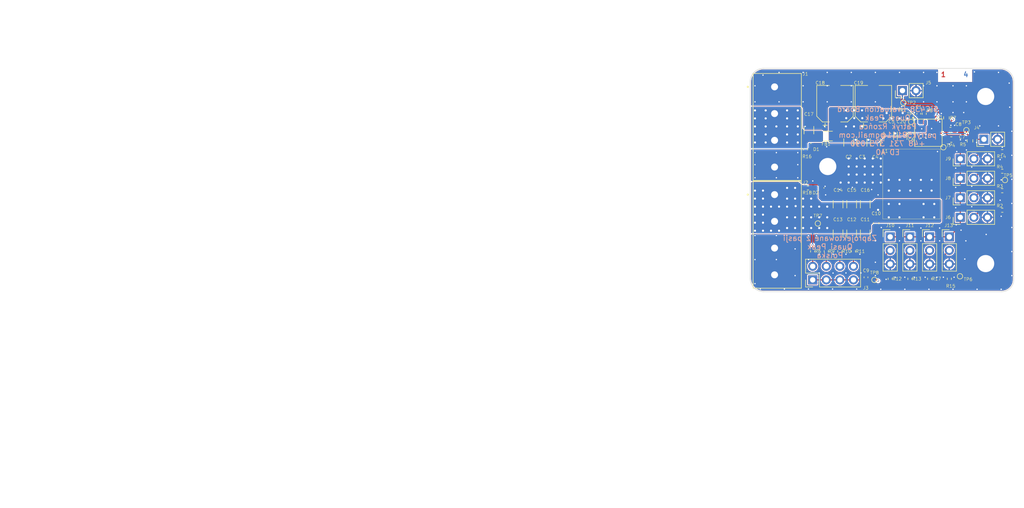
<source format=kicad_pcb>
(kicad_pcb (version 20211014) (generator pcbnew)
  (title_block (title "Eval Board DC/DC Buck") (date "2022-01-22") (rev "ED A0") (company "${COMPANY}") (comment 1 "${ENGINEER}") (comment 2 "+48 731 375 090") (comment 3 "patryk58111@gmail.com"))
  (layers (0 "F.Cu" jumper) (1 "In1.Cu" jumper "GND_TOP") (2 "In2.Cu" signal "GND_BOT") (31 "B.Cu" signal) (35 "F.Paste" user) (36 "B.SilkS" user "B.Silkscreen") (37 "F.SilkS" user "F.Silkscreen") (38 "B.Mask" user) (39 "F.Mask" user) (44 "Edge.Cuts" user))
  (property "COMPANY" "QUASI PEAK")
  (property "DATE" "18.01.2022")
  (property "ENGINEER" "Patryk Rzonca")
  (net 0 "")
  (net 1 "GND")
  (net 2 "/U1_PHASE")
  (net 3 "/U1_EN")
  (net 4 "/VDRV")
  (net 5 "Net-(C1-Pad2)")
  (net 6 "/VDD")
  (net 7 "/U1_Vin")
  (net 8 "/U1_GL")
  (net 9 "/U1_PGOOD")
  (net 10 "/U1_FB")
  (net 11 "Net-(D1-Pad2)")
  (net 12 "Net-(J3-Pad4)")
  (net 13 "Net-(J3-Pad8)")
  (net 14 "Net-(J12-Pad2)")
  (net 15 "Net-(J13-Pad2)")
  (net 16 "Net-(J6-Pad2)")
  (net 17 "Net-(J7-Pad2)")
  (net 18 "Net-(J8-Pad2)")
  (net 19 "Net-(J9-Pad2)")
  (net 20 "Net-(J10-Pad2)")
  (net 21 "Net-(J11-Pad2)")
  (net 22 "Net-(J3-Pad6)")
  (net 23 "+3V3")
  (net 24 "/U1_BOOT")
  (net 25 "/U1_SW")
  (net 26 "/U1_MODE_2")
  (net 27 "/U1_MODE_1")
  (net 28 "Net-(D2-Pad2)")
  (net 29 "Net-(J3-Pad2)")
  (net 30 "+12V")
  (footprint "Resistor_SMD:R_0402_1005Metric" (layer "F.Cu") (at 174.9 128.5)
    (fp_text reference "R18")
    (fp_text value "6k65")
  )
  (footprint "Capacitor_SMD:C_1206_3216Metric" (layer "F.Cu") (at 185 120 -90)
    (fp_text reference "C3")
    (fp_text value "22u")
  )
  (footprint "Resistor_SMD:R_0402_1005Metric" (layer "F.Cu") (at 174.45 121.275 -90)
    (fp_text reference "R16")
    (fp_text value "6k65")
  )
  (footprint "Capacitor_SMD:C_1206_3216Metric" (layer "F.Cu") (at 192.5 118.75 -90)
    (fp_text reference "C20")
    (fp_text value "22u")
  )
  (footprint "MountingHole:MountingHole_3.2mm_M3_Pad" (layer "F.Cu") (at 208.1 111.4)
    (fp_text reference "H1" hide)
    (fp_text value "MountingHole_Pad" hide)
  )
  (footprint "Diode_SMD:D_0402_1005Metric" (layer "F.Cu") (at 176.8 128.5 180)
    (fp_text reference "D2")
    (fp_text value "LED")
  )
  (footprint "Resistor_SMD:R_0402_1005Metric" (layer "F.Cu") (at 193.945 145.5 90)
    (fp_text reference "R13")
    (fp_text value "100k")
  )
  (footprint "TestPoint:TestPoint_Pad_D1.0mm" (layer "F.Cu") (at 176.75 135.15)
    (fp_text reference "TP7")
    (fp_text value "TestPoint")
  )
  (footprint "Connector_PinHeader_2.54mm:PinHeader_1x03_P2.54mm_Vertical" (layer "F.Cu") (at 203.358 130.35 90)
    (fp_text reference "J7")
    (fp_text value "Conn_01x03_Male")
  )
  (footprint "Capacitor_SMD:CP_Elec_6.3x5.8" (layer "F.Cu") (at 187.125 112.75 90)
    (fp_text reference "C19")
    (fp_text value "47u" hide)
  )
  (footprint "Resistor_SMD:R_0402_1005Metric" (layer "F.Cu") (at 196.625 114.625 90)
    (fp_text reference "R8")
    (fp_text value "22R")
  )
  (footprint "Resistor_SMD:R_0402_1005Metric" (layer "F.Cu") (at 190.262 145.5 90)
    (fp_text reference "R12")
    (fp_text value "51k")
  )
  (footprint "Connector_PinHeader_2.54mm:PinHeader_1x03_P2.54mm_Vertical" (layer "F.Cu") (at 193.945 137.65)
    (fp_text reference "J11")
    (fp_text value "Conn_01x03_Male")
  )
  (footprint "Resistor_SMD:R_0402_1005Metric" (layer "F.Cu") (at 211.2 132.675 180)
    (fp_text reference "R2")
    (fp_text value "51k")
  )
  (footprint "Fiducial:Fiducial_0.5mm_Mask1mm" (layer "F.Cu") (at 204.8 139.3)
    (fp_text reference "FID3" hide)
    (fp_text value "Fiducial" hide)
  )
  (footprint "Capacitor_SMD:C_1206_3216Metric" (layer "F.Cu") (at 180.525 131.55 90)
    (fp_text reference "C14")
    (fp_text value "22u")
  )
  (footprint "Capacitor_SMD:C_0402_1005Metric" (layer "F.Cu") (at 195.609 114.625 90)
    (fp_text reference "C1")
    (fp_text value "100n")
  )
  (footprint "Resistor_SMD:R_0402_1005Metric" (layer "F.Cu") (at 175.775 140.361 -90)
    (fp_text reference "R6")
    (fp_text value "6k65")
  )
  (footprint "Resistor_SMD:R_0603_1608Metric" (layer "F.Cu") (at 205.175 119.7 90)
    (fp_text reference "R5")
    (fp_text value "100k")
  )
  (footprint "Connector_PinHeader_2.54mm:PinHeader_1x03_P2.54mm_Vertical" (layer "F.Cu") (at 203.358 134 90)
    (fp_text reference "J6")
    (fp_text value "Conn_01x03_Male")
  )
  (footprint "Connector_PinHeader_2.54mm:PinHeader_1x02_P2.54mm_Vertical" (layer "F.Cu") (at 192.55 110.3 90)
    (fp_text reference "J5")
    (fp_text value "Conn_01x02_Male")
  )
  (footprint "Capacitor_SMD:C_1206_3216Metric" (layer "F.Cu") (at 183.065 131.55 90)
    (fp_text reference "C15")
    (fp_text value "22u")
  )
  (footprint "QP_LIBRARY:IHLP4040DZER3R3M5A" (layer "F.Cu") (at 194.25 127.75 -90)
    (fp_text reference "L1")
    (fp_text value "IHLP4040DZER3R3M5A")
  )
  (footprint "Resistor_SMD:R_0402_1005Metric" (layer "F.Cu") (at 180.855 140.361 -90)
    (fp_text reference "R10")
    (fp_text value "73k2")
  )
  (footprint "Connector_PinHeader_2.54mm:PinHeader_1x03_P2.54mm_Vertical" (layer "F.Cu") (at 203.358 123.05 90)
    (fp_text reference "J9")
    (fp_text value "Conn_01x03_Male")
  )
  (footprint "Capacitor_SMD:C_1206_3216Metric" (layer "F.Cu") (at 183.065 137.05 -90)
    (fp_text reference "C12")
    (fp_text value "22u")
  )
  (footprint "Resistor_SMD:R_0402_1005Metric" (layer "F.Cu") (at 197.628 145.5 90)
    (fp_text reference "R17")
    (fp_text value "200k")
  )
  (footprint "Capacitor_SMD:C_1206_3216Metric" (layer "F.Cu") (at 187.5 120 -90)
    (fp_text reference "C4")
    (fp_text value "22u")
  )
  (footprint "Connector_PinHeader_2.54mm:PinHeader_1x03_P2.54mm_Vertical" (layer "F.Cu") (at 201.311 137.65)
    (fp_text reference "J13")
    (fp_text value "Conn_01x03_Male")
  )
  (footprint "Resistor_SMD:R_0603_1608Metric" (layer "F.Cu") (at 191.475 113.65 90)
    (fp_text reference "R1")
    (fp_text value "100k")
  )
  (footprint "Resistor_SMD:R_0402_1005Metric" (layer "F.Cu") (at 183.395 140.361 -90)
    (fp_text reference "R11")
    (fp_text value "191k")
  )
  (footprint "Capacitor_SMD:C_1206_3216Metric" (layer "F.Cu") (at 175.075 117.7 90)
    (fp_text reference "C17")
    (fp_text value "22u")
  )
  (footprint "TestPoint:TestPoint_Pad_D1.0mm" (layer "F.Cu") (at 204.5 117.7)
    (fp_text reference "TP3")
    (fp_text value "TestPoint")
  )
  (footprint "Connector_PinHeader_2.54mm:PinHeader_1x03_P2.54mm_Vertical" (layer "F.Cu") (at 203.358 126.7 90)
    (fp_text reference "J8")
    (fp_text value "Conn_01x03_Male")
  )
  (footprint "Capacitor_SMD:C_1206_3216Metric" (layer "F.Cu") (at 185.605 137.05 -90)
    (fp_text reference "C11")
    (fp_text value "22u")
  )
  (footprint "Capacitor_SMD:C_0402_1005Metric" (layer "F.Cu") (at 185.7408 145.22 -90)
    (fp_text reference "C9")
    (fp_text value "100n")
  )
  (footprint "Connector_PinHeader_2.54mm:PinHeader_1x02_P2.54mm_Vertical" (layer "F.Cu") (at 207.775 119.4 90)
    (fp_text reference "J4")
    (fp_text value "Conn_01x02_Male")
  )
  (footprint "TestPoint:TestPoint_Pad_D1.0mm" (layer "F.Cu") (at 187.3156 145.7 -90)
    (fp_text reference "TP8")
    (fp_text value "TestPoint" hide)
  )
  (footprint "Fiducial:Fiducial_0.5mm_Mask1mm" (layer "F.Cu") (at 204.8 114.7)
    (fp_text reference "FID2" hide)
    (fp_text value "Fiducial" hide)
  )
  (footprint "Capacitor_SMD:C_1206_3216Metric" (layer "F.Cu") (at 180.525 137.05 -90)
    (fp_text reference "C13")
    (fp_text value "22u")
  )
  (footprint "Capacitor_SMD:C_0603_1608Metric" (layer "F.Cu") (at 187.647 135.106 -90)
    (fp_text reference "C10")
    (fp_text value "100n")
  )
  (footprint "QP_LIBRARY:CUI_TB001-500-04BE" (layer "F.Cu") (at 168.6625 129.75 -90)
    (fp_text reference "J2")
    (fp_text value "Screw_Terminal_01x04")
  )
  (footprint "QP_LIBRARY:SIC438AED-T1-GE3_ MLP44-24" (layer "F.Cu") (at 197.36275 118.1875)
    (fp_text reference "U1")
    (fp_text value "SIC438AED-T1-GE3")
  )
  (footprint "Capacitor_SMD:C_0603_1608Metric" (layer "F.Cu") (at 201.525 117.675)
    (fp_text reference "C8")
    (fp_text value "1u")
  )
  (footprint "MountingHole:MountingHole_3.2mm_M3_Pad" (layer "F.Cu") (at 178.6 124.5)
    (fp_text reference "H3" hide)
    (fp_text value "MountingHole_Pad" hide)
  )
  (footprint "TestPoint:TestPoint_Pad_D1.0mm" (layer "F.Cu") (at 203.3 145.025)
    (fp_text reference "TP6")
    (fp_text value "TestPoint")
  )
  (footprint "Capacitor_SMD:C_0402_1005Metric" (layer "F.Cu") (at 194.18775 118.1875 -90)
    (fp_text reference "C6")
    (fp_text value "100n")
  )
  (footprint "TestPoint:TestPoint_Pad_D1.0mm" (layer "F.Cu") (at 211.71 127.025)
    (fp_text reference "TP5")
    (fp_text value "TestPoint")
  )
  (footprint "Diode_SMD:D_0402_1005Metric" (layer "F.Cu") (at 175.45 121.275 -90)
    (fp_text reference "D1")
    (fp_text value "LED")
  )
  (footprint "Fiducial:Fiducial_0.5mm_Mask1mm" (layer "F.Cu") (at 178.675 129.05)
    (fp_text reference "FID1" hide)
    (fp_text value "Fiducial" hide)
  )
  (footprint "Resistor_SMD:R_0402_1005Metric" (layer "F.Cu") (at 211.2 125.375 180)
    (fp_text reference "R4")
    (fp_text value "200k")
  )
  (footprint "Connector_PinHeader_2.54mm:PinHeader_2x04_P2.54mm_Vertical" (layer "F.Cu") (at 175.785 145.7 90)
    (fp_text reference "J3")
    (fp_text value "Conn_02x04_Odd_Even")
  )
  (footprint "Resistor_SMD:R_0402_1005Metric" (layer "F.Cu") (at 178.315 140.361 -90)
    (fp_text reference "R9")
    (fp_text value "45k3")
  )
  (footprint "Resistor_SMD:R_0603_1608Metric" (layer "F.Cu") (at 200.775 115.4 90)
    (fp_text reference "R7")
    (fp_text value "10k")
  )
  (footprint "QP_LIBRARY:CUI_TB001-500-04BE" (layer "F.Cu") (at 168.6625 109.6 -90)
    (fp_text reference "J1")
    (fp_text value "Screw_Terminal_01x04")
  )
  (footprint "TestPoint:TestPoint_Pad_D1.0mm" (layer "F.Cu") (at 192.725 112.575)
    (fp_text reference "TP2")
    (fp_text value "TestPoint")
  )
  (footprint "Connector_PinHeader_2.54mm:PinHeader_1x03_P2.54mm_Vertical" (layer "F.Cu") (at 197.628 137.65)
    (fp_text reference "J12")
    (fp_text value "Conn_01x03_Male")
  )
  (footprint "Capacitor_SMD:C_1206_3216Metric" (layer "F.Cu") (at 190 118.75 -90)
    (fp_text reference "C5")
    (fp_text value "22u")
  )
  (footprint "Inductor_SMD:L_1206_3216Metric" (layer "F.Cu") (at 178.65 118.8)
    (fp_text reference "FB1")
    (fp_text value "FerriteBead")
  )
  (footprint "TestPoint:TestPoint_Pad_D1.0mm" (layer "F.Cu") (at 200.2 120.9)
    (fp_text reference "TP4")
    (fp_text value "TestPoint")
  )
  (footprint "Capacitor_SMD:CP_Elec_6.3x5.8" (layer "F.Cu") (at 179.95 112.75 90)
    (fp_text reference "C18")
    (fp_text value "47u" hide)
  )
  (footprint "Capacitor_SMD:C_1206_3216Metric" (layer "F.Cu") (at 182.5 120 -90)
    (fp_text reference "C2")
    (fp_text value "22u")
  )
  (footprint "Resistor_SMD:R_0402_1005Metric" (layer "F.Cu") (at 211.2 121.725 180)
    (fp_text reference "R14")
    (fp_text value "510k")
  )
  (footprint "Connector_PinHeader_2.54mm:PinHeader_1x03_P2.54mm_Vertical" (layer "F.Cu") (at 190.262 137.65)
    (fp_text reference "J10")
    (fp_text value "Conn_01x03_Male")
  )
  (footprint "Resistor_SMD:R_0402_1005Metric" (layer "F.Cu") (at 201.311 145.5 90)
    (fp_text reference "R15")
    (fp_text value "510k")
  )
  (footprint "TestPoint:TestPoint_Pad_D1.0mm" (layer "F.Cu") (at 194.18775 116.1555)
    (fp_text reference "TP1")
    (fp_text value "TestPoint")
  )
  (footprint "Capacitor_SMD:C_1206_3216Metric" (layer "F.Cu") (at 185.605 131.55 90)
    (fp_text reference "C16")
    (fp_text value "22u")
  )
  (footprint "Resistor_SMD:R_0402_1005Metric" (layer "F.Cu") (at 211.2 129.025 180)
    (fp_text reference "R3")
    (fp_text value "100k")
  )
  (footprint "MountingHole:MountingHole_3.2mm_M3_Pad" (layer "F.Cu") (at 208.1 142.65)
    (fp_text reference "H4" hide)
    (fp_text value "MountingHole_Pad" hide)
  )
  (footprint "Capacitor_SMD:C_0603_1608Metric" (layer "F.Cu") (at 201.68075 119.45)
    (fp_text reference "C7")
    (fp_text value "2u2")
  )
  (gr_arc (start 213.35 145.65) (mid 212.69099 147.24099) (end 211.1 147.9) (layer "Edge.Cuts") (width 0.1))
  (gr_arc (start 210.85 106.15) (mid 212.617767 106.882233) (end 213.35 108.65) (layer "Edge.Cuts") (width 0.1))
  (gr_line (start 166.6 106.15) (end 210.85 106.15) (layer "Edge.Cuts") (width 0.1))
  (gr_line (start 213.35 108.65) (end 213.35 145.65) (layer "Edge.Cuts") (width 0.1))
  (gr_arc (start 164.1 108.65) (mid 164.832233 106.882233) (end 166.6 106.15) (layer "Edge.Cuts") (width 0.1))
  (gr_line (start 211.1 147.9) (end 166.6 147.9) (layer "Edge.Cuts") (width 0.1))
  (gr_arc (start 166.6 147.9) (mid 164.832233 147.167767) (end 164.1 145.4) (layer "Edge.Cuts") (width 0.1))
  (gr_line (start 164.1 145.4) (end 164.1 108.65) (layer "Edge.Cuts") (width 0.1))
  (gr_text "1" (at 200.2 107.3) (layer "F.Cu") (effects (font (size 0.9 0.9) (thickness 0.175))))
  (gr_text "4" (at 204.4 107.3) (layer "B.Cu") (effects (font (size 0.9 0.9) (thickness 0.175))))
  (gr_text "Zaprojektowane z pasji\nQuasi Peak\nPolska" (at 179 139.5) (layer "B.SilkS") (effects (font (size 1 1)) (justify mirror)))
  (gr_text "SiC438 Evaluation Board\nQuasi Peak\nPatryk Rzońca\npatryk58111@gmail.com\n+48 731 375 090\nED A0" (at 189.8 117.8) (layer "B.SilkS") (effects (font (size 1 1)) (justify mirror)))
  (segment (start 196.95 118.5) (end 196.95 119.2) (width 0.25) (layer "F.Cu") (net 1))
  (segment (start 195.3375 119.16) (end 194.68025 119.16) (width 0.2) (layer "F.Cu") (net 1))
  (segment (start 198.4 118.5) (end 196.95 118.5) (width 0.25) (layer "F.Cu") (net 1))
  (segment (start 187.125 110.05) (end 187.125 107.825) (width 0.2) (layer "F.Cu") (net 1))
  (segment (start 195.95 119.2) (end 195.35 119.2) (width 0.25) (layer "F.Cu") (net 1))
  (segment (start 202.3 117.675) (end 202.3 116.8) (width 0.25) (layer "F.Cu") (net 1))
  (segment (start 196.76 118.71) (end 196.85 118.8) (width 0.25) (layer "F.Cu") (net 1))
  (segment (start 196.95 119.2) (end 195.95 119.2) (width 0.25) (layer "F.Cu") (net 1))
  (segment (start 195.3375 118.71) (end 196.76 118.71) (width 0.25) (layer "F.Cu") (net 1))
  (segment (start 203.38255 119.5) (end 202.68905 119.5) (width 0.2) (layer "F.Cu") (net 1))
  (segment (start 194.68025 119.16) (end 194.18775 118.6675) (width 0.2) (layer "F.Cu") (net 1))
  (segment (start 179.95 110.05) (end 179.95 107.825) (width 0.2) (layer "F.Cu") (net 1))
  (segment (start 199.3005 117.3625) (end 198.0375 117.3625) (width 0.25) (layer "F.Cu") (net 1))
  (segment (start 198.688 118.7125) (end 198.4755 118.5) (width 0.25) (layer "F.Cu") (net 1))
  (segment (start 198.4755 118.5) (end 198.4 118.5) (width 0.25) (layer "F.Cu") (net 1))
  (segment (start 199.3005 118.7125) (end 198.688 118.7125) (width 0.25) (layer "F.Cu") (net 1))
  (segment (start 200.775 114.575) (end 199.825 114.575) (width 0.25) (layer "F.Cu") (net 1))
  (segment (start 198.0375 117.3625) (end 198 117.4) (width 0.25) (layer "F.Cu") (net 1))
  (segment (start 202.68905 119.5) (end 202.45575 119.2667) (width 0.2) (layer "F.Cu") (net 1))
  (segment (start 175.075 116.225) (end 175.075 115.25) (width 0.2) (layer "F.Cu") (net 1))
  (via (at 165 124.15) (size 0.4) (drill 0.25) (layers "F.Cu" "B.Cu") (net 1))
  (via (at 183 106.9) (size 0.4) (drill 0.25) (layers "F.Cu" "B.Cu") (net 1))
  (via (at 196.95 119.2) (size 0.4) (drill 0.25) (layers "F.Cu" "B.Cu") (net 1))
  (via (at 178.1 128.2) (size 0.4) (drill 0.25) (layers "F.Cu" "B.Cu") (net 1))
  (via (at 165 109.4) (size 0.4) (drill 0.25) (layers "F.Cu" "B.Cu") (net 1))
  (via (at 172.5 144.9) (size 0.4) (drill 0.25) (layers "F.Cu" "B.Cu") (net 1))
  (via (at 199.1 121.7) (size 0.4) (drill 0.25) (layers "F.Cu" "B.Cu") (net 1))
  (via (at 184 147.4) (size 0.4) (drill 0.25) (layers "F.Cu" "B.Cu") (net 1))
  (via (at 188.5 124.5) (size 0.8) (drill 0.4) (layers "F.Cu" "B.Cu") (net 1))
  (via (at 193 145.2) (size 0.4) (drill 0.25) (layers "F.Cu" "B.Cu") (net 1))
  (via (at 213 122.4) (size 0.4) (drill 0.25) (layers "F.Cu" "B.Cu") (net 1))
  (via (at 178.2 129.8) (size 0.4) (drill 0.25) (layers "F.Cu" "B.Cu") (net 1))
  (via (at 197.4 114) (size 0.4) (drill 0.25) (layers "F.Cu" "B.Cu") (net 1))
  (via (at 196 138.4) (size 0.4) (drill 0.25) (layers "F.Cu" "B.Cu") (net 1))
  (via (at 204.5 109.4) (size 0.4) (drill 0.25) (layers "F.Cu" "B.Cu") (net 1))
  (via (at 192 129) (size 0.8) (drill 0.4) (layers "F.Cu" "B.Cu") (net 1))
  (via (at 213 126.9) (size 0.4) (drill 0.25) (layers "F.Cu" "B.Cu") (net 1))
  (via (at 180.8 128.8) (size 0.4) (drill 0.25) (layers "F.Cu" "B.Cu") (net 1))
  (via (at 203.38255 119.5) (size 0.4) (drill 0.25) (layers "F.Cu" "B.Cu") (net 1))
  (via (at 175.8 127.2) (size 0.4) (drill 0.25) (layers "F.Cu" "B.Cu") (net 1))
  (via (at 190 129) (size 0.8) (drill 0.4) (layers "F.Cu" "B.Cu") (net 1))
  (via (at 193 147.45) (size 0.4) (drill 0.25) (layers "F.Cu" "B.Cu") (net 1))
  (via (at 206 106.8) (size 0.4) (drill 0.25) (layers "F.Cu" "B.Cu") (net 1))
  (via (at 203.5 136.4) (size 0.4) (drill 0.25) (layers "F.Cu" "B.Cu") (net 1))
  (via (at 196 136) (size 0.4) (drill 0.25) (layers "F.Cu" "B.Cu") (net 1))
  (via (at 199.825 114.575) (size 0.4) (drill 0.25) (layers "F.Cu" "B.Cu") (net 1))
  (via (at 212.6 113.4) (size 0.4) (drill 0.25) (layers "F.Cu" "B.Cu") (net 1))
  (via (at 187.5 106.9) (size 0.4) (drill 0.25) (layers "F.Cu" "B.Cu") (net 1))
  (via (at 210.8 130.8) (size 0.4) (drill 0.25) (layers "F.Cu" "B.Cu") (net 1))
  (via (at 196 129) (size 0.8) (drill 0.4) (layers "F.Cu" "B.Cu") (net 1))
  (via (at 188 129.8) (size 0.4) (drill 0.25) (layers "F.Cu" "B.Cu") (net 1))
  (via (at 176.5 137.4) (size 0.4) (drill 0.25) (layers "F.Cu" "B.Cu") (net 1))
  (via (at 186.8 128.8) (size 0.4) (drill 0.25) (layers "F.Cu" "B.Cu") (net 1))
  (via (at 185.5 124.5) (size 0.8) (drill 0.4) (layers "F.Cu" "B.Cu") (net 1))
  (via (at 192.4 113.3) (size 0.4) (drill 0.25) (layers "F.Cu" "B.Cu") (net 1))
  (via (at 204.5 112.4) (size 0.4) (drill 0.25) (layers "F.Cu" "B.Cu") (net 1))
  (via (at 177 140.9) (size 0.4) (drill 0.25) (layers "F.Cu" "B.Cu") (net 1))
  (via (at 182.5 126) (size 0.8) (drill 0.4) (layers "F.Cu" "B.Cu") (net 1))
  (via (at 166.5 107.4) (size 0.4) (drill 0.25) (layers "F.Cu" "B.Cu") (net 1))
  (via (at 210.5 106.9) (size 0.4) (drill 0.25) (layers "F.Cu" "B.Cu") (net 1))
  (via (at 192 106.9) (size 0.4) (drill 0.25) (layers "F.Cu" "B.Cu") (net 1))
  (via (at 194 129) (size 0.8) (drill 0.4) (layers "F.Cu" "B.Cu") (net 1))
  (via (at 175 147.4) (size 0.4) (drill 0.25) (layers "F.Cu" "B.Cu") (net 1))
  (via (at 198 118.5) (size 0.4) (drill 0.25) (layers "F.Cu" "B.Cu") (net 1))
  (via (at 183 109.4) (size 0.4) (drill 0.25) (layers "F.Cu" "B.Cu") (net 1))
  (via (at 211 133.8) (size 0.4) (drill 0.25) (layers "F.Cu" "B.Cu") (net 1))
  (via (at 169.5 112.4) (size 0.4) (drill 0.25) (layers "F.Cu" "B.Cu") (net 1))
  (via (at 187 123) (size 0.8) (drill 0.4) (layers "F.Cu" "B.Cu") (net 1))
  (via (at 173 124.15) (size 0.4) (drill 0.25) (layers "F.Cu" "B.Cu") (net 1))
  (via (at 199 106.9) (size 0.4) (drill 0.25) (layers "F.Cu" "B.Cu") (net 1))
  (via (at 183 112.4) (size 0.4) (drill 0.25) (layers "F.Cu" "B.Cu") (net 1))
  (via (at 206.4 120) (size 0.4) (drill 0.25) (layers "F.Cu" "B.Cu") (net 1))
  (via (at 169.5 106.9) (size 0.4) (drill 0.25) (layers "F.Cu" "B.Cu") (net 1))
  (via (at 204.5 121.4) (size 0.4) (drill 0.25) (layers "F.Cu" "B.Cu") (net 1))
  (via (at 165 112.4) (size 0.4) (drill 0.25) (layers "F.Cu" "B.Cu") (net 1))
  (via (at 178.4 120.8) (size 0.4) (drill 0.25) (layers "F.Cu" "B.Cu") (net 1))
  (via (at 197.5 147.45) (size 0.4) (drill 0.25) (layers "F.Cu" "B.Cu") (net 1))
  (via (at 187.5 144.9) (size 0.4) (drill 0.25) (layers "F.Cu" "B.Cu") (net 1))
  (via (at 185.5 123) (size 0.8) (drill 0.4) (layers "F.Cu" "B.Cu") (net 1))
  (via (at 199 112.4) (size 0.4) (drill 0.25) (layers "F.Cu" "B.Cu") (net 1))
  (via (at 202.7 121.7) (size 0.4) (drill 0.25) (layers "F.Cu" "B.Cu") (net 1))
  (via (at 198 129) (size 0.8) (drill 0.4) (layers "F.Cu" "B.Cu") (net 1))
  (via (at 165 126.6) (size 0.4) (drill 0.25) (layers "F.Cu" "B.Cu") (net 1))
  (via (at 208.2 137.2) (size 0.4) (drill 0.25) (layers "F.Cu" "B.Cu") (net 1))
  (via (at 204.2 141.8) (size 0.4) (drill 0.25) (layers "F.Cu" "B.Cu") (net 1))
  (via (at 187 124.5) (size 0.8) (drill 0.4) (layers "F.Cu" "B.Cu") (net 1))
  (via (at 169 126.6) (size 0.4) (drill 0.25) (layers "F.Cu" "B.Cu") (net 1))
  (via (at 200.2 145.2) (size 0.4) (drill 0.25) (layers "F.Cu" "B.Cu") (net 1))
  (via (at 213 135.9) (size 0.4) (drill 0.25) (layers "F.Cu" "B.Cu") (net 1))
  (via (at 190 127) (size 0.8) (drill 0.4) (layers "F.Cu" "B.Cu") (net 1))
  (via (at 194.8 145.2) (size 0.4) (drill 0.25) (layers "F.Cu" "B.Cu") (net 1))
  (via (at 169 121.9) (size 0.4) (drill 0.25) (layers "F.Cu" "B.Cu") (net 1))
  (via (at 169 137.4) (size 0.4) (drill 0.25) (layers "F.Cu" "B.Cu") (net 1))
  (via (at 202.3 116.8) (size 0.4) (drill 0.25) (layers "F.Cu" "B.Cu") (net 1))
  (via (at 188.5 147.45) (size 0.4) (drill 0.25) (layers "F.Cu" "B.Cu") (net 1))
  (via (at 182.5 123) (size 0.8) (drill 0.4) (layers "F.Cu" "B.Cu") (net 1))
  (via (at 184 124.5) (size 0.8) (drill 0.4) (layers "F.Cu" "B.Cu") (net 1))
  (via (at 211 127) (size 0.4) (drill 0.25) (layers "F.Cu" "B.Cu") (net 1))
  (via (at 198 127) (size 0.8) (drill 0.4) (layers "F.Cu" "B.Cu") (net 1))
  (via (at 202 147.45) (size 0.4) (drill 0.25) (layers "F.Cu" "B.Cu") (net 1))
  (via (at 183.2 128.4) (size 0.4) (drill 0.25) (layers "F.Cu" "B.Cu") (net 1))
  (via (at 187.5 112.4) (size 0.4) (drill 0.25) (layers "F.Cu" "B.Cu") (net 1))
  (via (at 184.8 144.4) (size 0.4) (drill 0.25) (layers "F.Cu" "B.Cu") (net 1))
  (via (at 196 127) (size 0.8) (drill 0.4) (layers "F.Cu" "B.Cu") (net 1))
  (via (at 182 140.9) (size 0.4) (drill 0.25) (layers "F.Cu" "B.Cu") (net 1))
  (via (at 202.5 124.8) (size 0.4) (drill 0.25) (layers "F.Cu" "B.Cu") (net 1))
  (via (at 196.95 118.5) (size 0.4) (drill 0.25) (layers "F.Cu" "B.Cu") (net 1))
  (via (at 184 127.5) (size 0.8) (drill 0.4) (layers "F.Cu" "B.Cu") (net 1))
  (via (at 213 140.4) (size 0.4) (drill 0.25) (layers "F.Cu" "B.Cu") (net 1))
  (via (at 202.5 132.2) (size 0.4) (drill 0.25) (layers "F.Cu" "B.Cu") (net 1))
  (via (at 165 121.9) (size 0.4) (drill 0.25) (layers "F.Cu" "B.Cu") (net 1))
  (via (at 199.52175 116.1555) (size 0.4) (drill 0.25) (layers "F.Cu" "B.Cu") (net 1))
  (via (at 199.5 138.4) (size 0.4) (drill 0.25) (layers "F.Cu" "B.Cu") (net 1))
  (via (at 187 126) (size 0.8) (drill 0.4) (layers "F.Cu" "B.Cu") (net 1))
  (via (at 199.5 136) (size 0.4) (drill 0.25) (layers "F.Cu" "B.Cu") (net 1))
  (via (at 213 117.9) (size 0.4) (drill 0.25) (layers "F.Cu" "B.Cu") (net 1))
  (via (at 199 145.2) (size 0.4) (drill 0.25) (layers "F.Cu" "B.Cu") (net 1))
  (via (at 211.2 120.9) (size 0.4) (drill 0.25) (layers "F.Cu" "B.Cu") (net 1))
  (via (at 188.5 123) (size 0.8) (drill 0.4) (layers "F.Cu" "B.Cu") (net 1))
  (via (at 165 137.4) (size 0.4) (drill 0.25) (layers "F.Cu" "B.Cu") (net 1))
  (via (at 204.4 119.6) (size 0.4) (drill 0.25) (layers "F.Cu" "B.Cu") (net 1))
  (via (at 174 109.4) (size 0.4) (drill 0.25) (layers "F.Cu" "B.Cu") (net 1))
  (via (at 184 126) (size 0.8) (drill 0.4) (layers "F.Cu" "B.Cu") (net 1))
  (via (at 182.5 127.5) (size 0.8) (drill 0.4) (layers "F.Cu" "B.Cu") (net 1))
  (via (at 196 118.5) (size 0.4) (drill 0.25) (layers "F.Cu" "B.Cu") (net 1))
  (via (at 213 144.9) (size 0.4) (drill 0.25) (layers "F.Cu" "B.Cu") (net 1))
  (via (at 210.5 116.9) (size 0.4) (drill 0.25) (layers "F.Cu" "B.Cu") (net 1))
  (via (at 185.5 127.5) (size 0.8) (drill 0.4) (layers "F.Cu" "B.Cu") (net 1))
  (via (at 166 147.4) (size 0.4) (drill 0.25) (layers "F.Cu" "B.Cu") (net 1))
  (via (at 189.5 145.6) (size 0.4) (drill 0.25) (layers "F.Cu" "B.Cu") (net 1))
  (via (at 199 109.4) (size 0.4) (drill 0.25) (layers "F.Cu" "B.Cu") (net 1))
  (via (at 174 106.9) (size 0.4) (drill 0.25) (layers "F.Cu" "B.Cu") (net 1))
  (via (at 187 127.5) (size 0.8) (drill 0.4) (layers "F.Cu" "B.Cu") (net 1))
  (via (at 187.5 142.4) (size 0.4) (drill 0.25) (layers "F.Cu" "B.Cu") (net 1))
  (via (at 173 121.9) (size 0.4) (drill 0.25) (layers "F.Cu" "B.Cu") (net 1))
  (via (at 187.5 138.4) (size 0.4) (drill 0.25) (layers "F.Cu" "B.Cu") (net 1))
  (via (at 174 112.4) (size 0.4) (drill 0.25) (layers "F.Cu" "B.Cu") (net 1))
  (via (at 196.5 109.4) (size 0.4) (drill 0.25) (layers "F.Cu" "B.Cu") (net 1))
  (via (at 191.2 145.2) (size 0.4) (drill 0.25) (layers "F.Cu" "B.Cu") (net 1))
  (via (at 182 144.4) (size 0.4) (drill 0.25) (layers "F.Cu" "B.Cu") (net 1))
  (via (at 198 117.4) (size 0.4) (drill 0.25) (layers "F.Cu" "B.Cu") (net 1))
  (via (at 182.5 124.5) (size 0.8) (drill 0.4) (layers "F.Cu" "B.Cu") (net 1))
  (via (at 204 114.4) (size 0.4) (drill 0.25) (layers "F.Cu" "B.Cu") (net 1))
  (via (at 205.5 124.6) (size 0.4) (drill 0.25) (layers "F.Cu" "B.Cu") (net 1))
  (via (at 170.5 147.4) (size 0.4) (drill 0.25) (layers "F.Cu" "B.Cu") (net 1))
  (via (at 202 114.4) (size 0.4) (drill 0.25) (layers "F.Cu" "B.Cu") (net 1))
  (via (at 185.5 126) (size 0.8) (drill 0.4) (layers "F.Cu" "B.Cu") (net 1))
  (via (at 204.4 138.4) (size 0.4) (drill 0.25) (layers "F.Cu" "B.Cu") (net 1))
  (via (at 175 137.4) (size 0.4) (drill 0.25) (layers "F.Cu" "B.Cu") (net 1))
  (via (at 169 141.9) (size 0.4) (drill 0.25) (layers "F.Cu" "B.Cu") (net 1))
  (via (at 206.5 147.45) (size 0.4) (drill 0.25) (layers "F.Cu" "B.Cu") (net 1))
  (via (at 201.3 120.3) (size 0.4) (drill 0.25) (layers "F.Cu" "B.Cu") (net 1))
  (via (at 202.2 145.2) (size 0.4) (drill 0.25) (layers "F.Cu" "B.Cu") (net 1))
  (via (at 196.5 112.4) (size 0.4) (drill 0.25) (layers "F.Cu" "B.Cu") (net 1))
  (via (at 213 131.4) (size 0.4) (drill 0.25) (layers "F.Cu" "B.Cu") (net 1))
  (via (at 178.5 112.4) (size 0.4) (drill 0.25) (layers "F.Cu" "B.Cu") (net 1))
  (via (at 178 117) (size 0.4) (drill 0.25) (layers "F.Cu" "B.Cu") (net 1))
  (via (at 211 147.45) (size 0.4) (drill 0.25) (layers "F.Cu" "B.Cu") (net 1))
  (via (at 184 123) (size 0.8) (drill 0.4) (layers "F.Cu" "B.Cu") (net 1))
  (via (at 192 127) (size 0.8) (drill 0.4) (layers "F.Cu" "B.Cu") (net 1))
  (via (at 196 119.2) (size 0.4) (drill 0.25) (layers "F.Cu" "B.Cu") (net 1))
  (via (at 207 116.9) (size 0.4) (drill 0.25) (layers "F.Cu" "B.Cu") (net 1))
  (via (at 188.5 127.5) (size 0.8) (drill 0.4) (layers "F.Cu" "B.Cu") (net 1))
  (via (at 205.5 132) (size 0.4) (drill 0.25) (layers "F.Cu" "B.Cu") (net 1))
  (via (at 175 141.9) (size 0.4) (drill 0.25) (layers "F.Cu" "B.Cu") (net 1))
  (via (at 184.6 140.9) (size 0.4) (drill 0.25) (layers "F.Cu" "B.Cu") (net 1))
  (via (at 188.5 126) (size 0.8) (drill 0.4) (layers "F.Cu" "B.Cu") (net 1))
  (via (at 173 126.6) (size 0.4) (drill 0.25) (layers "F.Cu" "B.Cu") (net 1))
  (via (at 202 109.4) (size 0.4) (drill 0.25) (layers "F.Cu" "B.Cu") (net 1))
  (via (at 179.6 140.9) (size 0.4) (drill 0.25) (layers "F.Cu" "B.Cu") (net 1))
  (via (at 201.6 116.8) (size 0.4) (drill 0.25) (layers "F.Cu" "B.Cu") (net 1))
  (via (at 165 146.4) (size 0.4) (drill 0.25) (layers "F.Cu" "B.Cu") (net 1))
  (via (at 191.5 111.65) (size 0.4) (drill 0.25) (layers "F.Cu" "B.Cu") (net 1))
  (via (at 202.6 135.4) (size 0.4) (drill 0.25) (layers "F.Cu" "B.Cu") (net 1))
  (via (at 196.5 106.9) (size 0.4) (drill 0.25) (layers "F.Cu" "B.Cu") (net 1))
  (via (at 192 135.9) (size 0.4) (drill 0.25) (layers "F.Cu" "B.Cu") (net 1))
  (via (at 177 144.4) (size 0.4) (drill 0.25) (layers "F.Cu" "B.Cu") (net 1))
  (via (at 202.5 128.4) (size 0.4) (drill 0.25) (layers "F.Cu" "B.Cu") (net 1))
  (via (at 202 112.4) (size 0.4) (drill 0.25) (layers "F.Cu" "B.Cu") (net 1))
  (via (at 172.5 139.9) (size 0.4) (drill 0.25) (layers "F.Cu" "B.Cu") (net 1))
  (via (at 205.5 128.2) (size 0.4) (drill 0.25) (layers "F.Cu" "B.Cu") (net 1))
  (via (at 194 127) (size 0.8) (drill 0.4) (layers "F.Cu" "B.Cu") (net 1))
  (via (at 181 127.5) (size 0.8) (drill 0.4) (layers "F.Cu" "B.Cu") (net 1))
  (via (at 196.8 145.2) (size 0.4) (drill 0.25) (layers "F.Cu" "B.Cu") (net 1))
  (via (at 188.6 135.9) (size 0.4) (drill 0.25) (layers "F.Cu" "B.Cu") (net 1))
  (via (at 178.5 109.4) (size 0.4) (drill 0.25) (layers "F.Cu" "B.Cu") (net 1))
  (via (at 210.8 123.2) (size 0.4) (drill 0.25) (layers "F.Cu" "B.Cu") (net 1))
  (via (at 194.8 114.4) (size 0.4) (drill 0.25) (layers "F.Cu" "B.Cu") (net 1))
  (via (at 192 138.4) (size 0.4) (drill 0.25) (layers "F.Cu" "B.Cu") (net 1))
  (via (at 178.5 106.9) (size 0.4) (drill 0.25) (layers "F.Cu" "B.Cu") (net 1))
  (via (at 174.4 117) (size 0.4) (drill 0.25) (layers "F.Cu" "B.Cu") (net 1))
  (via (at 165 141.9) (size 0.4) (drill 0.25) (layers "F.Cu" "B.Cu") (net 1))
  (via (at 179.5 147.4) (size 0.4) (drill 0.25) (layers "F.Cu" "B.Cu") (net 1))
  (via (at 212.5 108.9) (size 0.4) (drill 0.25) (layers "F.Cu" "B.Cu") (net 1))
  (via (at 179.585 144.425) (size 0.4) (drill 0.25) (layers "F.Cu" "B.Cu") (net 1))
  (segment (start 195.8875 115.7375) (end 195.8875 116.25) (width 0.2) (layer "F.Cu") (net 2))
  (segment (start 195.609 115.105) (end 195.609 115.459) (width 0.2) (layer "F.Cu") (net 2))
  (segment (start 195.609 115.459) (end 195.8875 115.7375) (width 0.2) (layer "F.Cu") (net 2))
  (segment (start 192.55 111.75) (end 192.55 110.3) (width 0.2) (layer "F.Cu") (net 3))
  (segment (start 192.1875 112.1125) (end 192.55 111.75) (width 0.2) (layer "F.Cu") (net 3))
  (segment (start 198.968584 114.95) (end 198.3875 115.531084) (width 0.2) (layer "F.Cu") (net 3))
  (segment (start 192.2625 112.1125) (end 192.725 112.575) (width 0.2) (layer "F.Cu") (net 3))
  (segment (start 199.05 114.95) (end 198.968584 114.95) (width 0.2) (layer "F.Cu") (net 3))
  (segment (start 192.1875 112.1125) (end 192.2625 112.1125) (width 0.2) (layer "F.Cu") (net 3))
  (segment (start 191.475 112.825) (end 192.1875 112.1125) (width 0.2) (layer "F.Cu") (net 3))
  (segment (start 198.3875 115.531084) (end 198.3875 116.25) (width 0.2) (layer "F.Cu") (net 3))
  (via (at 199.05 114.95) (size 0.4) (drill 0.25) (layers "F.Cu" "B.Cu") (net 3))
  (segment (start 192.55 111.975) (end 192.55 110.3) (width 0.2) (layer "B.Cu") (net 3))
  (segment (start 199.05 114.95) (end 199.05 113.925) (width 0.2) (layer "B.Cu") (net 3))
  (segment (start 198.025 112.9) (end 193.475 112.9) (width 0.2) (layer "B.Cu") (net 3))
  (segment (start 199.05 113.925) (end 198.025 112.9) (width 0.2) (layer "B.Cu") (net 3))
  (segment (start 193.475 112.9) (end 192.55 111.975) (width 0.2) (layer "B.Cu") (net 3))
  (segment (start 200.90575 119.45) (end 200.25 119.45) (width 0.4) (layer "F.Cu") (net 4))
  (segment (start 199.3005 119.1625) (end 199.9625 119.1625) (width 0.25) (layer "F.Cu") (net 4))
  (segment (start 199.9625 119.1625) (end 200 119.2) (width 0.25) (layer "F.Cu") (net 4))
  (segment (start 200.25 119.45) (end 200 119.2) (width 0.4) (layer "F.Cu") (net 4))
  (segment (start 200.2 119.4) (end 200 119.2) (width 0.25) (layer "F.Cu") (net 4))
  (segment (start 201 119.4) (end 200.2 119.4) (width 0.25) (layer "F.Cu") (net 4))
  (segment (start 195.609 114.145) (end 196.08 114.145) (width 0.2) (layer "F.Cu") (net 5))
  (segment (start 196.08 114.145) (end 196.11 114.115) (width 0.2) (layer "F.Cu") (net 5))
  (segment (start 196.11 114.115) (end 196.625 114.115) (width 0.2) (layer "F.Cu") (net 5))
  (segment (start 205.175 120.525) (end 204.425 120.525) (width 0.2) (layer "F.Cu") (net 6))
  (segment (start 203.275 118.65) (end 203.882061 119.257061) (width 0.2) (layer "F.Cu") (net 6))
  (segment (start 199.3005 117.8125) (end 199.9125 117.8125) (width 0.25) (layer "F.Cu") (net 6))
  (segment (start 200.75 118.4) (end 201 118.65) (width 0.2) (layer "F.Cu") (net 6))
  (segment (start 201.311 137.65) (end 197.628 137.65) (width 0.2) (layer "F.Cu") (net 6))
  (segment (start 203.358 123.05) (end 203.358 126.7) (width 0.2) (layer "F.Cu") (net 6))
  (segment (start 203.358 121.592) (end 203.358 123.05) (width 0.2) (layer "F.Cu") (net 6))
  (segment (start 203.358 135.603) (end 201.311 137.65) (width 0.2) (layer "F.Cu") (net 6))
  (segment (start 203.358 134) (end 203.358 130.35) (width 0.2) (layer "F.Cu") (net 6))
  (segment (start 203.358 126.7) (end 203.358 130.35) (width 0.2) (layer "F.Cu") (net 6))
  (segment (start 203.882061 119.982061) (end 204.425 120.525) (width 0.2) (layer "F.Cu") (net 6))
  (segment (start 201 118.65) (end 203.275 118.65) (width 0.2) (layer "F.Cu") (net 6))
  (segment (start 204.425 120.525) (end 203.358 121.592) (width 0.2) (layer "F.Cu") (net 6))
  (segment (start 197.628 137.65) (end 193.945 137.65) (width 0.2) (layer "F.Cu") (net 6))
  (segment (start 203.358 134) (end 203.358 135.603) (width 0.2) (layer "F.Cu") (net 6))
  (segment (start 203.882061 119.257061) (end 203.882061 119.982061) (width 0.2) (layer "F.Cu") (net 6))
  (segment (start 199.9125 117.8125) (end 200.05 117.675) (width 0.25) (layer "F.Cu") (net 6))
  (segment (start 200.05 117.675) (end 200.75 117.675) (width 0.25) (layer "F.Cu") (net 6))
  (segment (start 190.262 137.65) (end 193.945 137.65) (width 0.2) (layer "F.Cu") (net 6))
  (segment (start 200.75 117.675) (end 200.75 118.4) (width 0.2) (layer "F.Cu") (net 6))
  (segment (start 182.5 118.525) (end 180.5 118.525) (width 0.2) (layer "F.Cu") (net 7))
  (segment (start 194.72375 117.7075) (end 194.82625 117.81) (width 0.2) (layer "F.Cu") (net 7))
  (segment (start 195.3375 117.36) (end 196.06 117.36) (width 0.25) (layer "F.Cu") (net 7))
  (segment (start 187.5 118.525) (end 185 118.525) (width 0.2) (layer "F.Cu") (net 7))
  (segment (start 185.05 115.45) (end 187.125 115.45) (width 0.2) (layer "F.Cu") (net 7))
  (segment (start 182.05 115.45) (end 183.55 115.45) (width 0.2) (layer "F.Cu") (net 7))
  (segment (start 194.18775 117.7075) (end 194.72375 117.7075) (width 0.2) (layer "F.Cu") (net 7))
  (segment (start 179.95 115.45) (end 182.05 115.45) (width 0.2) (layer "F.Cu") (net 7))
  (segment (start 193.75525 117.275) (end 194.18775 117.7075) (width 0.2) (layer "F.Cu") (net 7))
  (segment (start 195.3375 117.81) (end 195.79 117.81) (width 0.2) (layer "F.Cu") (net 7))
  (segment (start 188.75 117.275) (end 193.75525 117.275) (width 0.2) (layer "F.Cu") (net 7))
  (segment (start 179.95 115.45) (end 179.95 117.375) (width 0.2) (layer "F.Cu") (net 7))
  (segment (start 195.79 117.81) (end 196.15 117.45) (width 0.2) (layer "F.Cu") (net 7))
  (segment (start 196.06 117.36) (end 196.15 117.45) (width 0.25) (layer "F.Cu") (net 7))
  (segment (start 180.5 118.525) (end 180.225 118.8) (width 0.2) (layer "F.Cu") (net 7))
  (segment (start 187.5 118.525) (end 188.75 117.275) (width 0.2) (layer "F.Cu") (net 7))
  (segment (start 194.18775 116.4095) (end 194.18775 117.7075) (width 0.2) (layer "F.Cu") (net 7))
  (segment (start 183.55 115.45) (end 185.05 115.45) (width 0.2) (layer "F.Cu") (net 7))
  (segment (start 194.82625 117.81) (end 195.3375 117.81) (width 0.2) (layer "F.Cu") (net 7))
  (segment (start 185 118.525) (end 182.5 118.525) (width 0.2) (layer "F.Cu") (net 7))
  (segment (start 179.95 117.375) (end 180.225 117.65) (width 0.2) (layer "F.Cu") (net 7))
  (segment (start 196.7875 116.25) (end 196.7875 116.835) (width 0.2) (layer "F.Cu") (net 7))
  (segment (start 180.225 117.65) (end 180.225 118.8) (width 0.2) (layer "F.Cu") (net 7))
  (segment (start 194.18775 116.1555) (end 194.18775 116.4095) (width 0.2) (layer "F.Cu") (net 7))
  (via (at 192 115.5) (size 0.8) (drill 0.4) (layers "F.Cu" "B.Cu") (net 7))
  (via (at 189.6 114.5) (size 0.8) (drill 0.4) (layers "F.Cu" "B.Cu") (net 7))
  (via (at 191.2 118.3) (size 0.8) (drill 0.4) (layers "F.Cu" "B.Cu") (net 7))
  (via (at 193.5 115.5) (size 0.8) (drill 0.4) (layers "F.Cu" "B.Cu") (net 7))
  (via (at 182.05 115.45) (size 0.8) (drill 0.4) (layers "F.Cu" "B.Cu") (net 7))
  (via (at 183.8 119.5) (size 0.8) (drill 0.4) (layers "F.Cu" "B.Cu") (net 7))
  (via (at 182 114) (size 0.8) (drill 0.4) (layers "F.Cu" "B.Cu") (net 7))
  (via (at 192.6 114.5) (size 0.8) (drill 0.4) (layers "F.Cu" "B.Cu") (net 7))
  (via (at 183.5 114) (size 0.8) (drill 0.4) (layers "F.Cu" "B.Cu") (net 7))
  (via (at 194.8 115.7) (size 0.8) (drill 0.4) (layers "F.Cu" "B.Cu") (net 7))
  (via (at 185.05 115.45) (size 0.8) (drill 0.4) (layers "F.Cu" "B.Cu") (net 7))
  (via (at 183.55 115.45) (size 0.8) (drill 0.4) (layers "F.Cu" "B.Cu") (net 7))
  (via (at 190.5 115.5) (size 0.8) (drill 0.4) (layers "F.Cu" "B.Cu") (net 7))
  (via (at 183.5 117) (size 0.8) (drill 0.4) (layers "F.Cu" "B.Cu") (net 7))
  (via (at 185 117) (size 0.8) (drill 0.4) (layers "F.Cu" "B.Cu") (net 7))
  (via (at 182 117) (size 0.8) (drill 0.4) (layers "F.Cu" "B.Cu") (net 7))
  (via (at 185 114) (size 0.8) (drill 0.4) (layers "F.Cu" "B.Cu") (net 7))
  (via (at 196.15 117.45) (size 0.4) (drill 0.25) (layers "F.Cu" "B.Cu") (net 7))
  (via (at 186.2 119.5) (size 0.8) (drill 0.4) (layers "F.Cu" "B.Cu") (net 7))
  (via (at 189 115.5) (size 0.8) (drill 0.4) (layers "F.Cu" "B.Cu") (net 7))
  (segment (start 198.5375 119.61625) (end 198.5375 120.1225) (width 0.2) (layer "F.Cu") (net 8))
  (segment (start 198.54125 119.37125) (end 198.3475 119.1775) (width 0.2) (layer "F.Cu") (net 8))
  (segment (start 199.6125 119.6125) (end 199.3005 119.6125) (width 0.25) (layer "F.Cu") (net 8))
  (segment (start 198.54125 119.6125) (end 198.5375 119.61625) (width 0.2) (layer "F.Cu") (net 8))
  (segment (start 199.8 120.5) (end 199.8 119.8) (width 0.25) (layer "F.Cu") (net 8))
  (segment (start 198.54125 119.6125) (end 198.54125 119.37125) (width 0.2) (layer "F.Cu") (net 8))
  (segment (start 199.3005 119.6125) (end 198.54125 119.6125) (width 0.2) (layer "F.Cu") (net 8))
  (segment (start 199.8 119.8) (end 199.6125 119.6125) (width 0.25) (layer "F.Cu") (net 8))
  (segment (start 204.499511 118.325) (end 205.049511 118.875) (width 0.2) (layer "F.Cu") (net 9))
  (segment (start 205.7 119.4) (end 207.775 119.4) (width 0.2) (layer "F.Cu") (net 9))
  (segment (start 199.3005 118.2625) (end 200.0375 118.2625) (width 0.2) (layer "F.Cu") (net 9))
  (segment (start 204.499511 118.325) (end 204.499511 117.700489) (width 0.2) (layer "F.Cu") (net 9))
  (segment (start 205.049511 118.875) (end 205.175 118.875) (width 0.2) (layer "F.Cu") (net 9))
  (segment (start 205.175 118.875) (end 205.7 119.4) (width 0.2) (layer "F.Cu") (net 9))
  (segment (start 204.499511 117.700489) (end 204.5 117.7) (width 0.2) (layer "F.Cu") (net 9))
  (segment (start 200.0375 118.2625) (end 200.1 118.325) (width 0.2) (layer "F.Cu") (net 9))
  (via (at 200.1 118.325) (size 0.4) (drill 0.25) (layers "F.Cu" "B.Cu") (net 9))
  (via (at 204.499511 118.325) (size 0.4) (drill 0.25) (layers "F.Cu" "B.Cu") (net 9))
  (segment (start 203.675 118.325) (end 200.1 118.325) (width 0.2) (layer "B.Cu") (net 9))
  (segment (start 204.499511 118.325) (end 203.675 118.325) (width 0.2) (layer "B.Cu") (net 9))
  (segment (start 185.7408 145.7) (end 183.405 145.7) (width 0.2) (layer "F.Cu") (net 10))
  (segment (start 185.7408 145.7) (end 187.3156 145.7) (width 0.2) (layer "F.Cu") (net 10))
  (segment (start 200.15675 116.2825) (end 200.02975 116.4095) (width 0.2) (layer "F.Cu") (net 10))
  (segment (start 187.825 145.7) (end 187.3156 145.7) (width 0.2) (layer "F.Cu") (net 10))
  (segment (start 175.785 145.7) (end 178.325 145.7) (width 0.2) (layer "F.Cu") (net 10))
  (segment (start 200.02975 116.6635) (end 199.78075 116.9125) (width 0.2) (layer "F.Cu") (net 10))
  (segment (start 180.865 145.7) (end 183.405 145.7) (width 0.2) (layer "F.Cu") (net 10))
  (segment (start 201.95 115.7) (end 201.3675 116.2825) (width 0.2) (layer "F.Cu") (net 10))
  (segment (start 199.78075 116.9125) (end 199.3005 116.9125) (width 0.2) (layer "F.Cu") (net 10))
  (segment (start 200.02975 116.4095) (end 200.02975 116.6635) (width 0.2) (layer "F.Cu") (net 10))
  (segment (start 188 145.875) (end 187.825 145.7) (width 0.2) (layer "F.Cu") (net 10))
  (segment (start 201.3675 116.2825) (end 200.15675 116.2825) (width 0.2) (layer "F.Cu") (net 10))
  (segment (start 178.325 145.7) (end 180.865 145.7) (width 0.2) (layer "F.Cu") (net 10))
  (via (at 188 145.875) (size 0.4) (drill 0.25) (layers "F.Cu" "B.Cu") (net 10))
  (via (at 201.95 115.7) (size 0.4) (drill 0.25) (layers "F.Cu" "B.Cu") (net 10))
  (segment (start 175.425 121.785) (end 175.45 121.76) (width 0.2) (layer "F.Cu") (net 11))
  (segment (start 174.45 121.785) (end 175.425 121.785) (width 0.2) (layer "F.Cu") (net 11))
  (segment (start 178.315 143.15) (end 178.325 143.16) (width 0.2) (layer "F.Cu") (net 12))
  (segment (start 178.315 140.871) (end 178.315 143.15) (width 0.2) (layer "F.Cu") (net 12))
  (segment (start 183.395 143.15) (end 183.405 143.16) (width 0.2) (layer "F.Cu") (net 13))
  (segment (start 183.395 140.871) (end 183.395 143.15) (width 0.2) (layer "F.Cu") (net 13))
  (segment (start 196.478489 143.840489) (end 196.478489 141.339511) (width 0.2) (layer "F.Cu") (net 14))
  (segment (start 196.478489 141.339511) (end 197.628 140.19) (width 0.2) (layer "F.Cu") (net 14))
  (segment (start 196.478489 143.840489) (end 197.628 144.99) (width 0.2) (layer "F.Cu") (net 14))
  (segment (start 200.161489 143.840489) (end 201.311 144.99) (width 0.2) (layer "F.Cu") (net 15))
  (segment (start 200.161489 141.339511) (end 200.161489 143.840489) (width 0.2) (layer "F.Cu") (net 15))
  (segment (start 200.161489 141.339511) (end 201.311 140.19) (width 0.2) (layer "F.Cu") (net 15))
  (segment (start 205.898 134) (end 205.898 133.93) (width 0.2) (layer "F.Cu") (net 16))
  (segment (start 205.898 133.93) (end 207.153 132.675) (width 0.2) (layer "F.Cu") (net 16))
  (segment (start 207.153 132.675) (end 210.69 132.675) (width 0.2) (layer "F.Cu") (net 16))
  (segment (start 207.223 129.025) (end 205.898 130.35) (width 0.2) (layer "F.Cu") (net 17))
  (segment (start 210.69 129.025) (end 207.223 129.025) (width 0.2) (layer "F.Cu") (net 17))
  (segment (start 207.223 125.375) (end 205.898 126.7) (width 0.2) (layer "F.Cu") (net 18))
  (segment (start 210.69 125.375) (end 207.223 125.375) (width 0.2) (layer "F.Cu") (net 18))
  (segment (start 210.69 121.725) (end 207.223 121.725) (width 0.2) (layer "F.Cu") (net 19))
  (segment (start 207.223 121.725) (end 205.898 123.05) (width 0.2) (layer "F.Cu") (net 19))
  (segment (start 189.112489 143.840489) (end 189.112489 141.339511) (width 0.2) (layer "F.Cu") (net 20))
  (segment (start 189.112489 141.339511) (end 190.262 140.19) (width 0.2) (layer "F.Cu") (net 20))
  (segment (start 190.262 144.99) (end 189.112489 143.840489) (width 0.2) (layer "F.Cu") (net 20))
  (segment (start 193.945 144.99) (end 192.795489 143.840489) (width 0.2) (layer "F.Cu") (net 21))
  (segment (start 192.795489 143.840489) (end 192.795489 141.339511) (width 0.2) (layer "F.Cu") (net 21))
  (segment (start 192.795489 141.339511) (end 193.945 140.19) (width 0.2) (layer "F.Cu") (net 21))
  (segment (start 180.855 140.871) (end 180.855 143.15) (width 0.2) (layer "F.Cu") (net 22))
  (segment (start 180.855 143.15) (end 180.865 143.16) (width 0.2) (layer "F.Cu") (net 22))
  (segment (start 170.2875 129.5875) (end 172.1 131.4) (width 0.2) (layer "F.Cu") (net 23))
  (segment (start 194.25 132.2205) (end 191.4795 132.2205) (width 0.2) (layer "F.Cu") (net 23))
  (segment (start 186.55 135.155) (end 185.615 135.155) (width 0.2) (layer "F.Cu") (net 23))
  (segment (start 178.315 139.851) (end 180.855 139.851) (width 0.2) (layer "F.Cu") (net 23))
  (segment (start 168.6625 129.5875) (end 170.2875 129.5875) (width 0.2) (layer "F.Cu") (net 23))
  (segment (start 187.647 134.331) (end 187.124 134.331) (width 0.2) (layer "F.Cu") (net 23))
  (segment (start 187.124 134.331) (end 186.825 134.63) (width 0.2) (layer "F.Cu") (net 23))
  (segment (start 180.535 133.025) (end 183.075 133.025) (width 0.2) (layer "F.Cu") (net 23))
  (segment (start 174.39 128.5) (end 174.39 129.11) (width 0.2) (layer "F.Cu") (net 23))
  (segment (start 183.075 135.155) (end 180.535 135.155) (width 0.2) (layer "F.Cu") (net 23))
  (segment (start 185.895 144.5305) (end 185.895 141.0105) (width 0.2) (layer "F.Cu") (net 23))
  (segment (start 176.745 135.155) (end 180.535 135.155) (width 0.2) (layer "F.Cu") (net 23))
  (segment (start 173.725 133.025) (end 180.535 133.025) (width 0.2) (layer "F.Cu") (net 23))
  (segment (start 180.855 139.851) (end 183.395 139.851) (width 0.2) (layer "F.Cu") (net 23))
  (segment (start 175.775 139.851) (end 175.775 139.175) (width 0.2) (layer "F.Cu") (net 23))
  (segment (start 175.775 139.851) (end 178.315 139.851) (width 0.2) (layer "F.Cu") (net 23))
  (segment (start 172.1 131.4) (end 172.6 131.9) (width 0.2) (layer "F.Cu") (net 23))
  (segment (start 189.369 134.331) (end 187.647 134.331) (width 0.2) (layer "F.Cu") (net 23))
  (segment (start 183.075 133.025) (end 185.615 133.025) (width 0.2) (layer "F.Cu") (net 23))
  (segment (start 198.8375 115.7875) (end 199.05 115.575) (width 0.2) (layer "F.Cu") (net 23))
  (segment (start 175.775 136.125) (end 176.75 135.15) (width 0.2) (layer "F.Cu") (net 23))
  (segment (start 184.7355 139.851) (end 183.395 139.851) (width 0.2) (layer "F.Cu") (net 23))
  (segment (start 185.895 141.0105) (end 184.7355 139.851) (width 0.2) (layer "F.Cu") (net 23))
  (segment (start 185.615 135.155) (end 183.075 135.155) (width 0.2) (layer "F.Cu") (net 23))
  (segment (start 185.615 133.025) (end 185.615 135.155) (width 0.2) (layer "F.Cu") (net 23))
  (segment (start 172.6 131.9) (end 173.725 133.025) (width 0.2) (layer "F.Cu") (net 23))
  (segment (start 186.825 134.88) (end 186.55 135.155) (width 0.2) (layer "F.Cu") (net 23))
  (segment (start 174.39 129.11) (end 172.1 131.4) (width 0.2) (layer "F.Cu") (net 23))
  (segment (start 186.825 134.63) (end 186.825 134.88) (width 0.2) (layer "F.Cu") (net 23))
  (segment (start 191.4795 132.2205) (end 189.369 134.331) (width 0.2) (layer "F.Cu") (net 23))
  (segment (start 198.8375 116.25) (end 198.8375 115.7875) (width 0.2) (layer "F.Cu") (net 23))
  (segment (start 168.6 134.75) (end 168.6 129.75) (width 0.2) (layer "F.Cu") (net 23))
  (via (at 165 130.5) (size 0.8) (drill 0.4) (layers "F.Cu" "B.Cu") (net 23))
  (via (at 192 131.5) (size 0.8) (drill 0.4) (layers "F.Cu" "B.Cu") (net 23))
  (via (at 171 132) (size 0.8) (drill 0.4) (layers "F.Cu" "B.Cu") (net 23))
  (via (at 192 134) (size 0.8) (drill 0.4) (layers "F.Cu" "B.Cu") (net 23))
  (via (at 165 133.5) (size 0.8) (drill 0.4) (layers "F.Cu" "B.Cu") (net 23))
  (via (at 171 136) (size 0.8) (drill 0.4) (layers "F.Cu" "B.Cu") (net 23))
  (via (at 198.5 134) (size 0.8) (drill 0.4) (layers "F.Cu" "B.Cu") (net 23))
  (via (at 175.5 134) (size 0.8) (drill 0.4) (layers "F.Cu" "B.Cu") (net 23))
  (via (at 169.5 132) (size 0.8) (drill 0.4) (layers "F.Cu" "B.Cu") (net 23))
  (via (at 196.5 131.5) (size 0.8) (drill 0.4) (layers "F.Cu" "B.Cu") (net 23))
  (via (at 175.5 136) (size 0.8) (drill 0.4) (layers "F.Cu" "B.Cu") (net 23))
  (via (at 172.5 134) (size 0.8) (drill 0.4) (layers "F.Cu" "B.Cu") (net 23))
  (via (at 178.5 136) (size 0.8) (drill 0.4) (layers "F.Cu" "B.Cu") (net 23))
  (via (at 196.5 134) (size 0.8) (drill 0.4) (layers "F.Cu" "B.Cu") (net 23))
  (via (at 166.5 132) (size 0.8) (drill 0.4) (layers "F.Cu" "B.Cu") (net 23))
  (via (at 165 129) (size 0.8) (drill 0.4) (layers "F.Cu" "B.Cu") (net 23))
  (via (at 175.5 132) (size 0.8) (drill 0.4) (layers "F.Cu" "B.Cu") (net 23))
  (via (at 165 135) (size 0.8) (drill 0.4) (layers "F.Cu" "B.Cu") (net 23))
  (via (at 198.5 131.5) (size 0.8) (drill 0.4) (layers "F.Cu" "B.Cu") (net 23))
  (via (at 177 134) (size 0.8) (drill 0.4) (layers "F.Cu" "B.Cu") (net 23))
  (via (at 166.5 136.5) (size 0.8) (drill 0.4) (layers "F.Cu" "B.Cu") (net 23))
  (via (at 188 132.6) (size 0.8) (drill 0.4) (layers "F.Cu" "B.Cu") (net 23))
  (via (at 166.5 130.5) (size 0.8) (drill 0.4) (layers "F.Cu" "B.Cu") (net 23))
  (via (at 172.5 136) (size 0.8) (drill 0.4) (layers "F.Cu" "B.Cu") (net 23))
  (via (at 168 136.5) (size 0.8) (drill 0.4) (layers "F.Cu" "B.Cu") (net 23))
  (via (at 177 132) (size 0.8) (drill 0.4) (layers "F.Cu" "B.Cu") (net 23))
  (via (at 171 134) (size 0.8) (drill 0.4) (layers "F.Cu" "B.Cu") (net 23))
  (via (at 174 130.5) (size 0.8) (drill 0.4) (layers "F.Cu" "B.Cu") (net 23))
  (via (at 166.5 129) (size 0.8) (drill 0.4) (layers "F.Cu" "B.Cu") (net 23))
  (via (at 172.5 128.5) (size 0.8) (drill 0.4) (layers "F.Cu" "B.Cu") (net 23))
  (via (at 171 128.5) (size 0.8) (drill 0.4) (layers "F.Cu" "B.Cu") (net 23))
  (via (at 175.5 130.5) (size 0.8) (drill 0.4) (layers "F.Cu" "B.Cu") (net 23))
  (via (at 172.5 130.5) (size 0.8) (drill 0.4) (layers "F.Cu" "B.Cu") (net 23))
  (via (at 172.6 131.9) (size 0.8) (drill 0.4) (layers "F.Cu" "B.Cu") (net 23))
  (via (at 165 136.5) (size 0.8) (drill 0.4) (layers "F.Cu" "B.Cu") (net 23))
  (via (at 177 136) (size 0.8) (drill 0.4) (layers "F.Cu" "B.Cu") (net 23))
  (via (at 174 132) (size 0.8) (drill 0.4) (layers "F.Cu" "B.Cu") (net 23))
  (via (at 174 134) (size 0.8) (drill 0.4) (layers "F.Cu" "B.Cu") (net 23))
  (via (at 178.5 132) (size 0.8) (drill 0.4) (layers "F.Cu" "B.Cu") (net 23))
  (via (at 199.05 115.575) (size 0.4) (drill 0.25) (layers "F.Cu" "B.Cu") (net 23))
  (via (at 175.775 139.175) (size 0.4) (drill 0.25) (layers "F.Cu" "B.Cu") (net 23))
  (via (at 178.5 134) (size 0.8) (drill 0.4) (layers "F.Cu" "B.Cu") (net 23))
  (via (at 166.5 135) (size 0.8) (drill 0.4) (layers "F.Cu" "B.Cu") (net 23))
  (via (at 171 130.5) (size 0.8) (drill 0.4) (layers "F.Cu" "B.Cu") (net 23))
  (via (at 165 132) (size 0.8) (drill 0.4) (layers "F.Cu" "B.Cu") (net 23))
  (via (at 190 134) (size 0.8) (drill 0.4) (layers "F.Cu" "B.Cu") (net 23))
  (via (at 174 136) (size 0.8) (drill 0.4) (layers "F.Cu" "B.Cu") (net 23))
  (via (at 169.5 136.5) (size 0.8) (drill 0.4) (layers "F.Cu" "B.Cu") (net 23))
  (via (at 168 132) (size 0.8) (drill 0.4) (layers "F.Cu" "B.Cu") (net 23))
  (via (at 166.5 133.5) (size 0.8) (drill 0.4) (layers "F.Cu" "B.Cu") (net 23))
  (via (at 190 131.5) (size 0.8) (drill 0.4) (layers "F.Cu" "B.Cu") (net 23))
  (segment (start 175.775 136.125) (end 175.775 139.175) (width 0.2) (layer "B.Cu") (net 23))
  (segment (start 196.3375 116.25) (end 196.3375 115.7625) (width 0.2) (layer "F.Cu") (net 24))
  (segment (start 196.3375 115.7625) (end 196.625 115.475) (width 0.2) (layer "F.Cu") (net 24))
  (segment (start 196.625 115.475) (end 196.625 115.135) (width 0.2) (layer "F.Cu") (net 24))
  (segment (start 196.4875 121.0125) (end 196.4875 120.1225) (width 0.2) (layer "F.Cu") (net 25))
  (segment (start 194.25 123.2795) (end 194.25 123.25) (width 0.2) (layer "F.Cu") (net 25))
  (segment (start 194.25 123.25) (end 196.4875 121.0125) (width 0.2) (layer "F.Cu") (net 25))
  (segment (start 210.774511 116.274511) (end 203.484516 116.27451) (width 0.2) (layer "F.Cu") (net 26))
  (segment (start 211.71 127.025) (end 211.71 125.375) (width 0.2) (layer "F.Cu") (net 26))
  (segment (start 212.05 117.55) (end 210.774511 116.274511) (width 0.2) (layer "F.Cu") (net 26))
  (segment (start 211.71 132.675) (end 211.71 129.025) (width 0.2) (layer "F.Cu") (net 26))
  (segment (start 199.25 113.8) (end 197.9375 115.1125) (width 0.2) (layer "F.Cu") (net 26))
  (segment (start 211.71 129.025) (end 211.71 127.025) (width 0.2) (layer "F.Cu") (net 26))
  (segment (start 201.985006 113.8) (end 199.25 113.8) (width 0.2) (layer "F.Cu") (net 26))
  (segment (start 211.71 125.375) (end 211.71 121.725) (width 0.2) (layer "F.Cu") (net 26))
  (segment (start 212.05 121.385) (end 212.05 117.55) (width 0.2) (layer "F.Cu") (net 26))
  (segment (start 203.484516 116.27451) (end 202.537989 115.327982) (width 0.2) (layer "F.Cu") (net 26))
  (segment (start 211.71 121.725) (end 212.05 121.385) (width 0.2) (layer "F.Cu") (net 26))
  (segment (start 202.537989 114.352983) (end 201.985006 113.8) (width 0.2) (layer "F.Cu") (net 26))
  (segment (start 197.9375 115.1125) (end 197.9375 116.25) (width 0.2) (layer "F.Cu") (net 26))
  (segment (start 202.537989 115.327982) (end 202.537989 114.352983) (width 0.2) (layer "F.Cu") (net 26))
  (segment (start 212.45 117.359996) (end 210.965004 115.875) (width 0.2) (layer "F.Cu") (net 27))
  (segment (start 204.975 136.225) (end 210.125 136.225) (width 0.2) (layer "F.Cu") (net 27))
  (segment (start 203.3 137.9) (end 204.975 136.225) (width 0.2) (layer "F.Cu") (net 27))
  (segment (start 212.45 133.9) (end 212.45 117.359996) (width 0.2) (layer "F.Cu") (net 27))
  (segment (start 210.965004 115.875) (end 203.65 115.875) (width 0.2) (layer "F.Cu") (net 27))
  (segment (start 202.9375 115.1625) (end 202.9375 114.1875) (width 0.2) (layer "F.Cu") (net 27))
  (segment (start 210.125 136.225) (end 212.45 133.9) (width 0.2) (layer "F.Cu") (net 27))
  (segment (start 202.34 146.01) (end 203.3 145.05) (width 0.2) (layer "F.Cu") (net 27))
  (segment (start 197.4875 114.997494) (end 197.4875 116.25) (width 0.2) (layer "F.Cu") (net 27))
  (segment (start 201.311 146.01) (end 202.34 146.01) (width 0.2) (layer "F.Cu") (net 27))
  (segment (start 203.3 145.05) (end 203.3 145.025) (width 0.2) (layer "F.Cu") (net 27))
  (segment (start 202.150481 113.400481) (end 199.084513 113.400481) (width 0.2) (layer "F.Cu") (net 27))
  (segment (start 203.3 145.025) (end 203.3 137.9) (width 0.2) (layer "F.Cu") (net 27))
  (segment (start 199.084513 113.400481) (end 197.4875 114.997494) (width 0.2) (layer "F.Cu") (net 27))
  (segment (start 193.945 146.01) (end 197.628 146.01) (width 0.2) (layer "F.Cu") (net 27))
  (segment (start 202.9375 114.1875) (end 202.150481 113.400481) (width 0.2) (layer "F.Cu") (net 27))
  (segment (start 203.65 115.875) (end 202.9375 115.1625) (width 0.2) (layer "F.Cu") (net 27))
  (segment (start 197.628 146.01) (end 201.311 146.01) (width 0.2) (layer "F.Cu") (net 27))
  (segment (start 190.262 146.01) (end 193.945 146.01) (width 0.2) (layer "F.Cu") (net 27))
  (segment (start 175.41 128.5) (end 176.315 128.5) (width 0.25) (layer "F.Cu") (net 28))
  (segment (start 175.785 143.16) (end 175.785 140.881) (width 0.2) (layer "F.Cu") (net 29))
  (segment (start 175.785 140.881) (end 175.775 140.871) (width 0.2) (layer "F.Cu") (net 29))
  (segment (start 174.7875 119.4625) (end 175.075 119.175) (width 0.2) (layer "F.Cu") (net 30))
  (segment (start 176.075 119.175) (end 176.45 118.8) (width 0.2) (layer "F.Cu") (net 30))
  (segment (start 168.6625 119.4625) (end 174.7875 119.4625) (width 0.2) (layer "F.Cu") (net 30))
  (segment (start 175.075 119.175) (end 176.075 119.175) (width 0.2) (layer "F.Cu") (net 30))
  (segment (start 176.45 118.8) (end 177.075 118.8) (width 0.2) (layer "F.Cu") (net 30))
  (segment (start 168.6 114.15) (end 168.6 119.15) (width 0.2) (layer "F.Cu") (net 30))
  (via (at 171 117) (size 0.8) (drill 0.4) (layers "F.Cu" "B.Cu") (net 30))
  (via (at 171 120) (size 0.8) (drill 0.4) (layers "F.Cu" "B.Cu") (net 30))
  (via (at 173 120) (size 0.8) (drill 0.4) (layers "F.Cu" "B.Cu") (net 30))
  (via (at 171 118.5) (size 0.8) (drill 0.4) (layers "F.Cu" "B.Cu") (net 30))
  (via (at 165 115.5) (size 0.8) (drill 0.4) (layers "F.Cu" "B.Cu") (net 30))
  (via (at 165 118.5) (size 0.8) (drill 0.4) (layers "F.Cu" "B.Cu") (net 30))
  (via (at 173 117) (size 0.8) (drill 0.4) (layers "F.Cu" "B.Cu") (net 30))
  (via (at 165 117) (size 0.8) (drill 0.4) (layers "F.Cu" "B.Cu") (net 30))
  (via (at 169 117) (size 0.8) (drill 0.4) (layers "F.Cu" "B.Cu") (net 30))
  (via (at 167 114) (size 0.8) (drill 0.4) (layers "F.Cu" "B.Cu") (net 30))
  (via (at 165 120) (size 0.8) (drill 0.4) (layers "F.Cu" "B.Cu") (net 30))
  (via (at 173 114) (size 0.8) (drill 0.4) (layers "F.Cu" "B.Cu") (net 30))
  (via (at 171 114) (size 0.8) (drill 0.4) (layers "F.Cu" "B.Cu") (net 30))
  (via (at 167 118.5) (size 0.8) (drill 0.4) (layers "F.Cu" "B.Cu") (net 30))
  (via (at 167 117) (size 0.8) (drill 0.4) (layers "F.Cu" "B.Cu") (net 30))
  (via (at 167 120) (size 0.8) (drill 0.4) (layers "F.Cu" "B.Cu") (net 30))
  (via (at 165 114) (size 0.8) (drill 0.4) (layers "F.Cu" "B.Cu") (net 30))
  (via (at 173 118.5) (size 0.8) (drill 0.4) (layers "F.Cu" "B.Cu") (net 30))
  (via (at 173 115.5) (size 0.8) (drill 0.4) (layers "F.Cu" "B.Cu") (net 30))
  (via (at 167 115.5) (size 0.8) (drill 0.4) (layers "F.Cu" "B.Cu") (net 30))
  (via (at 171 115.5) (size 0.8) (drill 0.4) (layers "F.Cu" "B.Cu") (net 30))
  (zone locked (net 7) (net_name "/U1_Vin") (layers "F.Cu" "In1.Cu" "In2.Cu" "B.Cu") (name "U1_Vin") (priority 1) (connect_pads yes (clearance 0.03)) (min_thickness 0.254) (fill yes (thermal_gap 0.508) (thermal_bridge_width 0.508))
    (polygon (pts (xy 188.7 113.8) (xy 193.5 113.8) (xy 195.3 115.6) (xy 195.3 116.5) (xy 195.6 116.8) (xy 196.5 116.8) (xy 196.6 116.7) (xy 196.6 115.9) (xy 196.7 115.8) (xy 197 115.8) (xy 197.1 115.9) (xy 197.1 116.7) (xy 196.9 116.9) (xy 196.9 118) (xy 196.8 118.1) (xy 193.6 118.1) (xy 193 118.7) (xy 189.3 118.7) (xy 188 120) (xy 179 120) (xy 178.8 119.8) (xy 178.8 113.6) (xy 179 113.4) (xy 188.3 113.4)))
  )
  (zone (net 23) (net_name "+3V3") (layers "F.Cu" "In1.Cu" "In2.Cu" "B.Cu") (name "3V3") (priority 1) (connect_pads yes (clearance 0.03)) (min_thickness 0.254) (fill yes (thermal_gap 0.508) (thermal_bridge_width 0.508))
    (polygon (pts (xy 173.9 128) (xy 176.5 128) (xy 176.7 128.2) (xy 176.7 130.5) (xy 177.4 131.2) (xy 186.9 131.2) (xy 187.5 130.6) (xy 199.6 130.6) (xy 199.8 130.8) (xy 199.8 134.8) (xy 199.6 135) (xy 187.1 135) (xy 186.7 135.4) (xy 186.7 136.7) (xy 186.5 137) (xy 164.4 137) (xy 164.2 136.8) (xy 164.2 127.6) (xy 164.4 127.4) (xy 173.1 127.4)))
  )
  (zone (net 25) (net_name "/U1_SW") (layer "F.Cu") (name "U1_SW") (priority 1) (connect_pads yes (clearance 0.3)) (min_thickness 0.254) (fill yes (thermal_gap 0.508) (thermal_bridge_width 0.508))
    (polygon (pts (xy 198.3 119.8) (xy 198.3 121.2) (xy 198.5 121.6) (xy 198.5 125.7) (xy 198.3 125.9) (xy 189.9 125.9) (xy 189.7 125.7) (xy 189.7 121.5) (xy 189.9 121.3) (xy 194 121.3) (xy 195.6 119.7) (xy 198.2 119.7)))
  )
  (zone locked (net 30) (net_name "+12V") (layers "F.Cu" "In1.Cu" "In2.Cu" "B.Cu") (priority 1) (connect_pads yes (clearance 0.03)) (min_thickness 0.254) (fill yes (thermal_gap 0.508) (thermal_bridge_width 0.508))
    (polygon (pts (xy 173.8 113.7) (xy 173.8 117.4) (xy 174.2 117.8) (xy 177.5 117.8) (xy 177.7 118) (xy 177.7 119.7) (xy 177.5 119.9) (xy 175 119.9) (xy 174.8 120.1) (xy 174.8 121) (xy 174.7 121.1) (xy 164.4 121.1) (xy 164.2 120.9) (xy 164.1 113.5) (xy 164.3 113.3) (xy 173.5 113.3)))
  )
  (zone locked (net 0) (net_name "") (layers "F.Cu" "In1.Cu" "In2.Cu" "B.Cu") (name "3V3") (connect_pads yes (clearance 0)) (min_thickness 0.254)
    (keepout (tracks not_allowed) (vias not_allowed) (pads not_allowed) (copperpour not_allowed) (footprints not_allowed))
    (fill (thermal_gap 0.508) (thermal_bridge_width 0.508))
    (polygon (pts (xy 178.8 119.9) (xy 177.7 119.9) (xy 177.7 117.8) (xy 178.8 117.8)))
  )
  (zone locked (net 1) (net_name "GND") (layers "F.Cu" "In1.Cu" "In2.Cu" "B.Cu") (name "GND") (connect_pads (clearance 0.03)) (min_thickness 0.254) (fill yes (thermal_gap 0.26) (thermal_bridge_width 0.26))
    (polygon (pts (xy 164 106.1) (xy 213.4 106.1) (xy 213.4 147.9) (xy 164 147.9)))
  )
  (zone (net 8) (net_name "/U1_GL") (layer "F.Cu") (name "U1_GL") (priority 1) (connect_pads yes (clearance 0.03)) (min_thickness 0.254) (fill yes (thermal_gap 0.508) (thermal_bridge_width 0.508))
    (polygon (pts (xy 198.75975 119.0765) (xy 198.75975 119.3305) (xy 198.88675 119.4575) (xy 199.77575 119.4575) (xy 200.5 120.5) (xy 200.5 121) (xy 200.3 121.2) (xy 198.9 121.2) (xy 198.37875 120.6) (xy 198.37875 119.5845) (xy 198.25175 119.4575) (xy 198.12475 119.4575) (xy 197.99775 119.3305) (xy 197.99775 119.0765) (xy 198.12475 118.9495) (xy 198.63275 118.9495)))
  )
  (zone (net 0) (net_name "") (layers "F.Cu" "In1.Cu" "In2.Cu" "B.Cu") (connect_pads (clearance 0)) (min_thickness 0.254)
    (keepout (tracks not_allowed) (vias not_allowed) (pads allowed) (copperpour not_allowed) (footprints allowed))
    (fill (thermal_gap 0.508) (thermal_bridge_width 0.508))
    (polygon (pts (xy 205.6 108.7) (xy 199.2 108.7) (xy 199.2 106.1) (xy 205.6 106.1)))
  )
)
</source>
